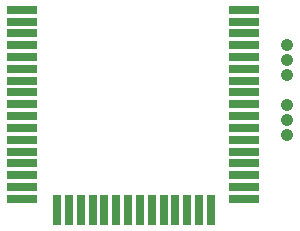
<source format=gbs>
G04 #@! TF.GenerationSoftware,KiCad,Pcbnew,8.0.4+dfsg-1*
G04 #@! TF.CreationDate,2025-01-09T13:18:19-05:00*
G04 #@! TF.ProjectId,tag,7461672e-6b69-4636-9164-5f7063625858,1*
G04 #@! TF.SameCoordinates,Original*
G04 #@! TF.FileFunction,Soldermask,Bot*
G04 #@! TF.FilePolarity,Negative*
%FSLAX46Y46*%
G04 Gerber Fmt 4.6, Leading zero omitted, Abs format (unit mm)*
G04 Created by KiCad (PCBNEW 8.0.4+dfsg-1) date 2025-01-09 13:18:19*
%MOMM*%
%LPD*%
G01*
G04 APERTURE LIST*
%ADD10C,1.064000*%
%ADD11R,2.540000X0.750000*%
%ADD12R,0.750000X2.540000*%
G04 APERTURE END LIST*
D10*
X83840000Y-37670000D03*
X83840000Y-36400000D03*
X83840000Y-35130000D03*
X83840000Y-32590000D03*
X83840000Y-31320000D03*
X83840000Y-30050000D03*
D11*
X80245000Y-27097500D03*
X80245000Y-28097500D03*
X80245000Y-29097500D03*
X80245000Y-30097500D03*
X80245000Y-31097500D03*
X80245000Y-32097500D03*
X80245000Y-33097500D03*
X80245000Y-34097500D03*
X80245000Y-35097500D03*
X80245000Y-36097500D03*
X80245000Y-37097500D03*
X80245000Y-38097500D03*
X80245000Y-39097500D03*
X80245000Y-40097500D03*
X80245000Y-41097500D03*
X80245000Y-42097500D03*
X80245000Y-43097500D03*
D12*
X77405000Y-44087500D03*
X76405000Y-44087500D03*
X75405000Y-44087500D03*
X74405000Y-44087500D03*
X73405000Y-44087500D03*
X72405000Y-44087500D03*
X71405000Y-44087500D03*
X70405000Y-44087500D03*
X69405000Y-44087500D03*
X68405000Y-44087500D03*
X67405000Y-44087500D03*
X66405000Y-44087500D03*
X65405000Y-44087500D03*
X64405000Y-44087500D03*
D11*
X61435000Y-43097500D03*
X61435000Y-42097500D03*
X61435000Y-41097500D03*
X61435000Y-40097500D03*
X61435000Y-39097500D03*
X61435000Y-38097500D03*
X61435000Y-37097500D03*
X61435000Y-36097500D03*
X61435000Y-35097500D03*
X61435000Y-34097500D03*
X61435000Y-33097500D03*
X61435000Y-32097500D03*
X61435000Y-31097500D03*
X61435000Y-30097500D03*
X61435000Y-29097500D03*
X61435000Y-28097500D03*
X61435000Y-27097500D03*
M02*

</source>
